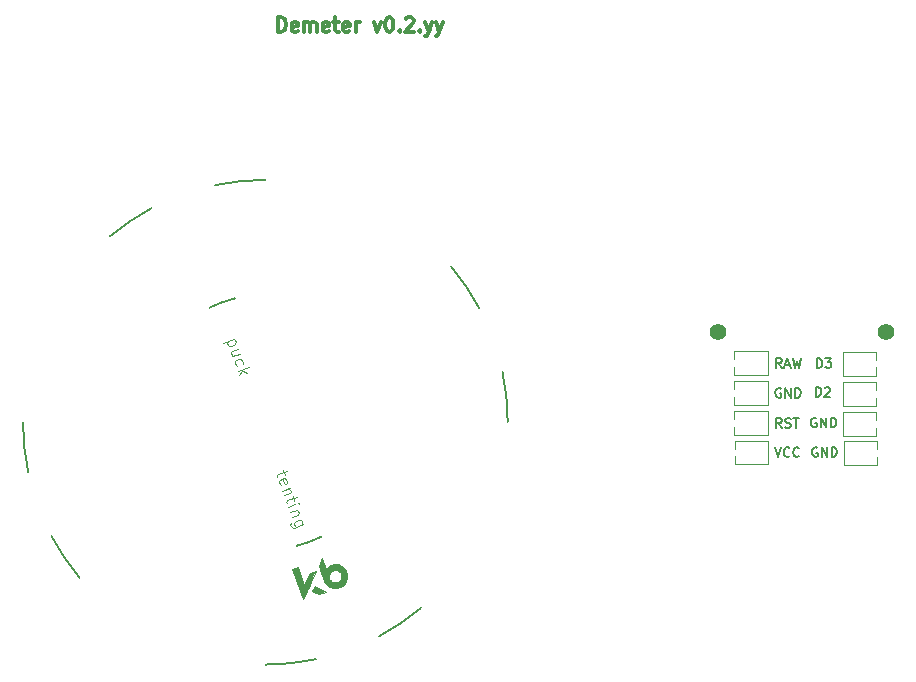
<source format=gbr>
%TF.GenerationSoftware,KiCad,Pcbnew,9.0.6*%
%TF.CreationDate,2025-12-28T20:57:02+00:00*%
%TF.ProjectId,demeter,64656d65-7465-4722-9e6b-696361645f70,rev?*%
%TF.SameCoordinates,Original*%
%TF.FileFunction,Legend,Top*%
%TF.FilePolarity,Positive*%
%FSLAX46Y46*%
G04 Gerber Fmt 4.6, Leading zero omitted, Abs format (unit mm)*
G04 Created by KiCad (PCBNEW 9.0.6) date 2025-12-28 20:57:02*
%MOMM*%
%LPD*%
G01*
G04 APERTURE LIST*
%ADD10C,0.300000*%
%ADD11C,0.150000*%
%ADD12C,0.100000*%
%ADD13C,0.120000*%
%ADD14C,0.200000*%
%ADD15C,0.010000*%
%ADD16C,1.397000*%
G04 APERTURE END LIST*
D10*
X132073082Y-51927542D02*
X132073082Y-50727542D01*
X132073082Y-50727542D02*
X132358796Y-50727542D01*
X132358796Y-50727542D02*
X132530225Y-50784685D01*
X132530225Y-50784685D02*
X132644510Y-50898971D01*
X132644510Y-50898971D02*
X132701653Y-51013257D01*
X132701653Y-51013257D02*
X132758796Y-51241828D01*
X132758796Y-51241828D02*
X132758796Y-51413257D01*
X132758796Y-51413257D02*
X132701653Y-51641828D01*
X132701653Y-51641828D02*
X132644510Y-51756114D01*
X132644510Y-51756114D02*
X132530225Y-51870400D01*
X132530225Y-51870400D02*
X132358796Y-51927542D01*
X132358796Y-51927542D02*
X132073082Y-51927542D01*
X133730225Y-51870400D02*
X133615939Y-51927542D01*
X133615939Y-51927542D02*
X133387368Y-51927542D01*
X133387368Y-51927542D02*
X133273082Y-51870400D01*
X133273082Y-51870400D02*
X133215939Y-51756114D01*
X133215939Y-51756114D02*
X133215939Y-51298971D01*
X133215939Y-51298971D02*
X133273082Y-51184685D01*
X133273082Y-51184685D02*
X133387368Y-51127542D01*
X133387368Y-51127542D02*
X133615939Y-51127542D01*
X133615939Y-51127542D02*
X133730225Y-51184685D01*
X133730225Y-51184685D02*
X133787368Y-51298971D01*
X133787368Y-51298971D02*
X133787368Y-51413257D01*
X133787368Y-51413257D02*
X133215939Y-51527542D01*
X134301653Y-51927542D02*
X134301653Y-51127542D01*
X134301653Y-51241828D02*
X134358796Y-51184685D01*
X134358796Y-51184685D02*
X134473081Y-51127542D01*
X134473081Y-51127542D02*
X134644510Y-51127542D01*
X134644510Y-51127542D02*
X134758796Y-51184685D01*
X134758796Y-51184685D02*
X134815939Y-51298971D01*
X134815939Y-51298971D02*
X134815939Y-51927542D01*
X134815939Y-51298971D02*
X134873081Y-51184685D01*
X134873081Y-51184685D02*
X134987367Y-51127542D01*
X134987367Y-51127542D02*
X135158796Y-51127542D01*
X135158796Y-51127542D02*
X135273081Y-51184685D01*
X135273081Y-51184685D02*
X135330224Y-51298971D01*
X135330224Y-51298971D02*
X135330224Y-51927542D01*
X136358796Y-51870400D02*
X136244510Y-51927542D01*
X136244510Y-51927542D02*
X136015939Y-51927542D01*
X136015939Y-51927542D02*
X135901653Y-51870400D01*
X135901653Y-51870400D02*
X135844510Y-51756114D01*
X135844510Y-51756114D02*
X135844510Y-51298971D01*
X135844510Y-51298971D02*
X135901653Y-51184685D01*
X135901653Y-51184685D02*
X136015939Y-51127542D01*
X136015939Y-51127542D02*
X136244510Y-51127542D01*
X136244510Y-51127542D02*
X136358796Y-51184685D01*
X136358796Y-51184685D02*
X136415939Y-51298971D01*
X136415939Y-51298971D02*
X136415939Y-51413257D01*
X136415939Y-51413257D02*
X135844510Y-51527542D01*
X136758795Y-51127542D02*
X137215938Y-51127542D01*
X136930224Y-50727542D02*
X136930224Y-51756114D01*
X136930224Y-51756114D02*
X136987367Y-51870400D01*
X136987367Y-51870400D02*
X137101652Y-51927542D01*
X137101652Y-51927542D02*
X137215938Y-51927542D01*
X138073081Y-51870400D02*
X137958795Y-51927542D01*
X137958795Y-51927542D02*
X137730224Y-51927542D01*
X137730224Y-51927542D02*
X137615938Y-51870400D01*
X137615938Y-51870400D02*
X137558795Y-51756114D01*
X137558795Y-51756114D02*
X137558795Y-51298971D01*
X137558795Y-51298971D02*
X137615938Y-51184685D01*
X137615938Y-51184685D02*
X137730224Y-51127542D01*
X137730224Y-51127542D02*
X137958795Y-51127542D01*
X137958795Y-51127542D02*
X138073081Y-51184685D01*
X138073081Y-51184685D02*
X138130224Y-51298971D01*
X138130224Y-51298971D02*
X138130224Y-51413257D01*
X138130224Y-51413257D02*
X137558795Y-51527542D01*
X138644509Y-51927542D02*
X138644509Y-51127542D01*
X138644509Y-51356114D02*
X138701652Y-51241828D01*
X138701652Y-51241828D02*
X138758795Y-51184685D01*
X138758795Y-51184685D02*
X138873080Y-51127542D01*
X138873080Y-51127542D02*
X138987366Y-51127542D01*
X140187366Y-51127542D02*
X140473080Y-51927542D01*
X140473080Y-51927542D02*
X140758795Y-51127542D01*
X141444509Y-50727542D02*
X141558795Y-50727542D01*
X141558795Y-50727542D02*
X141673081Y-50784685D01*
X141673081Y-50784685D02*
X141730224Y-50841828D01*
X141730224Y-50841828D02*
X141787366Y-50956114D01*
X141787366Y-50956114D02*
X141844509Y-51184685D01*
X141844509Y-51184685D02*
X141844509Y-51470400D01*
X141844509Y-51470400D02*
X141787366Y-51698971D01*
X141787366Y-51698971D02*
X141730224Y-51813257D01*
X141730224Y-51813257D02*
X141673081Y-51870400D01*
X141673081Y-51870400D02*
X141558795Y-51927542D01*
X141558795Y-51927542D02*
X141444509Y-51927542D01*
X141444509Y-51927542D02*
X141330224Y-51870400D01*
X141330224Y-51870400D02*
X141273081Y-51813257D01*
X141273081Y-51813257D02*
X141215938Y-51698971D01*
X141215938Y-51698971D02*
X141158795Y-51470400D01*
X141158795Y-51470400D02*
X141158795Y-51184685D01*
X141158795Y-51184685D02*
X141215938Y-50956114D01*
X141215938Y-50956114D02*
X141273081Y-50841828D01*
X141273081Y-50841828D02*
X141330224Y-50784685D01*
X141330224Y-50784685D02*
X141444509Y-50727542D01*
X142358795Y-51813257D02*
X142415938Y-51870400D01*
X142415938Y-51870400D02*
X142358795Y-51927542D01*
X142358795Y-51927542D02*
X142301652Y-51870400D01*
X142301652Y-51870400D02*
X142358795Y-51813257D01*
X142358795Y-51813257D02*
X142358795Y-51927542D01*
X142873081Y-50841828D02*
X142930224Y-50784685D01*
X142930224Y-50784685D02*
X143044510Y-50727542D01*
X143044510Y-50727542D02*
X143330224Y-50727542D01*
X143330224Y-50727542D02*
X143444510Y-50784685D01*
X143444510Y-50784685D02*
X143501652Y-50841828D01*
X143501652Y-50841828D02*
X143558795Y-50956114D01*
X143558795Y-50956114D02*
X143558795Y-51070400D01*
X143558795Y-51070400D02*
X143501652Y-51241828D01*
X143501652Y-51241828D02*
X142815938Y-51927542D01*
X142815938Y-51927542D02*
X143558795Y-51927542D01*
X144073081Y-51813257D02*
X144130224Y-51870400D01*
X144130224Y-51870400D02*
X144073081Y-51927542D01*
X144073081Y-51927542D02*
X144015938Y-51870400D01*
X144015938Y-51870400D02*
X144073081Y-51813257D01*
X144073081Y-51813257D02*
X144073081Y-51927542D01*
X144530224Y-51127542D02*
X144815938Y-51927542D01*
X145101653Y-51127542D02*
X144815938Y-51927542D01*
X144815938Y-51927542D02*
X144701653Y-52213257D01*
X144701653Y-52213257D02*
X144644510Y-52270400D01*
X144644510Y-52270400D02*
X144530224Y-52327542D01*
X145444510Y-51127542D02*
X145730224Y-51927542D01*
X146015939Y-51127542D02*
X145730224Y-51927542D01*
X145730224Y-51927542D02*
X145615939Y-52213257D01*
X145615939Y-52213257D02*
X145558796Y-52270400D01*
X145558796Y-52270400D02*
X145444510Y-52327542D01*
D11*
X177636394Y-84648390D02*
X177560204Y-84610295D01*
X177560204Y-84610295D02*
X177445918Y-84610295D01*
X177445918Y-84610295D02*
X177331632Y-84648390D01*
X177331632Y-84648390D02*
X177255442Y-84724580D01*
X177255442Y-84724580D02*
X177217347Y-84800771D01*
X177217347Y-84800771D02*
X177179251Y-84953152D01*
X177179251Y-84953152D02*
X177179251Y-85067438D01*
X177179251Y-85067438D02*
X177217347Y-85219819D01*
X177217347Y-85219819D02*
X177255442Y-85296009D01*
X177255442Y-85296009D02*
X177331632Y-85372200D01*
X177331632Y-85372200D02*
X177445918Y-85410295D01*
X177445918Y-85410295D02*
X177522109Y-85410295D01*
X177522109Y-85410295D02*
X177636394Y-85372200D01*
X177636394Y-85372200D02*
X177674490Y-85334104D01*
X177674490Y-85334104D02*
X177674490Y-85067438D01*
X177674490Y-85067438D02*
X177522109Y-85067438D01*
X178017347Y-85410295D02*
X178017347Y-84610295D01*
X178017347Y-84610295D02*
X178474490Y-85410295D01*
X178474490Y-85410295D02*
X178474490Y-84610295D01*
X178855442Y-85410295D02*
X178855442Y-84610295D01*
X178855442Y-84610295D02*
X179045918Y-84610295D01*
X179045918Y-84610295D02*
X179160204Y-84648390D01*
X179160204Y-84648390D02*
X179236394Y-84724580D01*
X179236394Y-84724580D02*
X179274489Y-84800771D01*
X179274489Y-84800771D02*
X179312585Y-84953152D01*
X179312585Y-84953152D02*
X179312585Y-85067438D01*
X179312585Y-85067438D02*
X179274489Y-85219819D01*
X179274489Y-85219819D02*
X179236394Y-85296009D01*
X179236394Y-85296009D02*
X179160204Y-85372200D01*
X179160204Y-85372200D02*
X179045918Y-85410295D01*
X179045918Y-85410295D02*
X178855442Y-85410295D01*
X177716394Y-87158390D02*
X177640204Y-87120295D01*
X177640204Y-87120295D02*
X177525918Y-87120295D01*
X177525918Y-87120295D02*
X177411632Y-87158390D01*
X177411632Y-87158390D02*
X177335442Y-87234580D01*
X177335442Y-87234580D02*
X177297347Y-87310771D01*
X177297347Y-87310771D02*
X177259251Y-87463152D01*
X177259251Y-87463152D02*
X177259251Y-87577438D01*
X177259251Y-87577438D02*
X177297347Y-87729819D01*
X177297347Y-87729819D02*
X177335442Y-87806009D01*
X177335442Y-87806009D02*
X177411632Y-87882200D01*
X177411632Y-87882200D02*
X177525918Y-87920295D01*
X177525918Y-87920295D02*
X177602109Y-87920295D01*
X177602109Y-87920295D02*
X177716394Y-87882200D01*
X177716394Y-87882200D02*
X177754490Y-87844104D01*
X177754490Y-87844104D02*
X177754490Y-87577438D01*
X177754490Y-87577438D02*
X177602109Y-87577438D01*
X178097347Y-87920295D02*
X178097347Y-87120295D01*
X178097347Y-87120295D02*
X178554490Y-87920295D01*
X178554490Y-87920295D02*
X178554490Y-87120295D01*
X178935442Y-87920295D02*
X178935442Y-87120295D01*
X178935442Y-87120295D02*
X179125918Y-87120295D01*
X179125918Y-87120295D02*
X179240204Y-87158390D01*
X179240204Y-87158390D02*
X179316394Y-87234580D01*
X179316394Y-87234580D02*
X179354489Y-87310771D01*
X179354489Y-87310771D02*
X179392585Y-87463152D01*
X179392585Y-87463152D02*
X179392585Y-87577438D01*
X179392585Y-87577438D02*
X179354489Y-87729819D01*
X179354489Y-87729819D02*
X179316394Y-87806009D01*
X179316394Y-87806009D02*
X179240204Y-87882200D01*
X179240204Y-87882200D02*
X179125918Y-87920295D01*
X179125918Y-87920295D02*
X178935442Y-87920295D01*
X177605442Y-82830295D02*
X177605442Y-82030295D01*
X177605442Y-82030295D02*
X177795918Y-82030295D01*
X177795918Y-82030295D02*
X177910204Y-82068390D01*
X177910204Y-82068390D02*
X177986394Y-82144580D01*
X177986394Y-82144580D02*
X178024489Y-82220771D01*
X178024489Y-82220771D02*
X178062585Y-82373152D01*
X178062585Y-82373152D02*
X178062585Y-82487438D01*
X178062585Y-82487438D02*
X178024489Y-82639819D01*
X178024489Y-82639819D02*
X177986394Y-82716009D01*
X177986394Y-82716009D02*
X177910204Y-82792200D01*
X177910204Y-82792200D02*
X177795918Y-82830295D01*
X177795918Y-82830295D02*
X177605442Y-82830295D01*
X178367346Y-82106485D02*
X178405442Y-82068390D01*
X178405442Y-82068390D02*
X178481632Y-82030295D01*
X178481632Y-82030295D02*
X178672108Y-82030295D01*
X178672108Y-82030295D02*
X178748299Y-82068390D01*
X178748299Y-82068390D02*
X178786394Y-82106485D01*
X178786394Y-82106485D02*
X178824489Y-82182676D01*
X178824489Y-82182676D02*
X178824489Y-82258866D01*
X178824489Y-82258866D02*
X178786394Y-82373152D01*
X178786394Y-82373152D02*
X178329251Y-82830295D01*
X178329251Y-82830295D02*
X178824489Y-82830295D01*
X174702823Y-80370295D02*
X174436156Y-79989342D01*
X174245680Y-80370295D02*
X174245680Y-79570295D01*
X174245680Y-79570295D02*
X174550442Y-79570295D01*
X174550442Y-79570295D02*
X174626632Y-79608390D01*
X174626632Y-79608390D02*
X174664727Y-79646485D01*
X174664727Y-79646485D02*
X174702823Y-79722676D01*
X174702823Y-79722676D02*
X174702823Y-79836961D01*
X174702823Y-79836961D02*
X174664727Y-79913152D01*
X174664727Y-79913152D02*
X174626632Y-79951247D01*
X174626632Y-79951247D02*
X174550442Y-79989342D01*
X174550442Y-79989342D02*
X174245680Y-79989342D01*
X175007584Y-80141723D02*
X175388537Y-80141723D01*
X174931394Y-80370295D02*
X175198061Y-79570295D01*
X175198061Y-79570295D02*
X175464727Y-80370295D01*
X175655203Y-79570295D02*
X175845679Y-80370295D01*
X175845679Y-80370295D02*
X175998060Y-79798866D01*
X175998060Y-79798866D02*
X176150441Y-80370295D01*
X176150441Y-80370295D02*
X176340918Y-79570295D01*
X174702823Y-85450295D02*
X174436156Y-85069342D01*
X174245680Y-85450295D02*
X174245680Y-84650295D01*
X174245680Y-84650295D02*
X174550442Y-84650295D01*
X174550442Y-84650295D02*
X174626632Y-84688390D01*
X174626632Y-84688390D02*
X174664727Y-84726485D01*
X174664727Y-84726485D02*
X174702823Y-84802676D01*
X174702823Y-84802676D02*
X174702823Y-84916961D01*
X174702823Y-84916961D02*
X174664727Y-84993152D01*
X174664727Y-84993152D02*
X174626632Y-85031247D01*
X174626632Y-85031247D02*
X174550442Y-85069342D01*
X174550442Y-85069342D02*
X174245680Y-85069342D01*
X175007584Y-85412200D02*
X175121870Y-85450295D01*
X175121870Y-85450295D02*
X175312346Y-85450295D01*
X175312346Y-85450295D02*
X175388537Y-85412200D01*
X175388537Y-85412200D02*
X175426632Y-85374104D01*
X175426632Y-85374104D02*
X175464727Y-85297914D01*
X175464727Y-85297914D02*
X175464727Y-85221723D01*
X175464727Y-85221723D02*
X175426632Y-85145533D01*
X175426632Y-85145533D02*
X175388537Y-85107438D01*
X175388537Y-85107438D02*
X175312346Y-85069342D01*
X175312346Y-85069342D02*
X175159965Y-85031247D01*
X175159965Y-85031247D02*
X175083775Y-84993152D01*
X175083775Y-84993152D02*
X175045680Y-84955057D01*
X175045680Y-84955057D02*
X175007584Y-84878866D01*
X175007584Y-84878866D02*
X175007584Y-84802676D01*
X175007584Y-84802676D02*
X175045680Y-84726485D01*
X175045680Y-84726485D02*
X175083775Y-84688390D01*
X175083775Y-84688390D02*
X175159965Y-84650295D01*
X175159965Y-84650295D02*
X175350442Y-84650295D01*
X175350442Y-84650295D02*
X175464727Y-84688390D01*
X175693299Y-84650295D02*
X176150442Y-84650295D01*
X175921870Y-85450295D02*
X175921870Y-84650295D01*
X174645680Y-82148390D02*
X174569490Y-82110295D01*
X174569490Y-82110295D02*
X174455204Y-82110295D01*
X174455204Y-82110295D02*
X174340918Y-82148390D01*
X174340918Y-82148390D02*
X174264728Y-82224580D01*
X174264728Y-82224580D02*
X174226633Y-82300771D01*
X174226633Y-82300771D02*
X174188537Y-82453152D01*
X174188537Y-82453152D02*
X174188537Y-82567438D01*
X174188537Y-82567438D02*
X174226633Y-82719819D01*
X174226633Y-82719819D02*
X174264728Y-82796009D01*
X174264728Y-82796009D02*
X174340918Y-82872200D01*
X174340918Y-82872200D02*
X174455204Y-82910295D01*
X174455204Y-82910295D02*
X174531395Y-82910295D01*
X174531395Y-82910295D02*
X174645680Y-82872200D01*
X174645680Y-82872200D02*
X174683776Y-82834104D01*
X174683776Y-82834104D02*
X174683776Y-82567438D01*
X174683776Y-82567438D02*
X174531395Y-82567438D01*
X175026633Y-82910295D02*
X175026633Y-82110295D01*
X175026633Y-82110295D02*
X175483776Y-82910295D01*
X175483776Y-82910295D02*
X175483776Y-82110295D01*
X175864728Y-82910295D02*
X175864728Y-82110295D01*
X175864728Y-82110295D02*
X176055204Y-82110295D01*
X176055204Y-82110295D02*
X176169490Y-82148390D01*
X176169490Y-82148390D02*
X176245680Y-82224580D01*
X176245680Y-82224580D02*
X176283775Y-82300771D01*
X176283775Y-82300771D02*
X176321871Y-82453152D01*
X176321871Y-82453152D02*
X176321871Y-82567438D01*
X176321871Y-82567438D02*
X176283775Y-82719819D01*
X176283775Y-82719819D02*
X176245680Y-82796009D01*
X176245680Y-82796009D02*
X176169490Y-82872200D01*
X176169490Y-82872200D02*
X176055204Y-82910295D01*
X176055204Y-82910295D02*
X175864728Y-82910295D01*
X174119251Y-87140295D02*
X174385918Y-87940295D01*
X174385918Y-87940295D02*
X174652584Y-87140295D01*
X175376394Y-87864104D02*
X175338298Y-87902200D01*
X175338298Y-87902200D02*
X175224013Y-87940295D01*
X175224013Y-87940295D02*
X175147822Y-87940295D01*
X175147822Y-87940295D02*
X175033536Y-87902200D01*
X175033536Y-87902200D02*
X174957346Y-87826009D01*
X174957346Y-87826009D02*
X174919251Y-87749819D01*
X174919251Y-87749819D02*
X174881155Y-87597438D01*
X174881155Y-87597438D02*
X174881155Y-87483152D01*
X174881155Y-87483152D02*
X174919251Y-87330771D01*
X174919251Y-87330771D02*
X174957346Y-87254580D01*
X174957346Y-87254580D02*
X175033536Y-87178390D01*
X175033536Y-87178390D02*
X175147822Y-87140295D01*
X175147822Y-87140295D02*
X175224013Y-87140295D01*
X175224013Y-87140295D02*
X175338298Y-87178390D01*
X175338298Y-87178390D02*
X175376394Y-87216485D01*
X176176394Y-87864104D02*
X176138298Y-87902200D01*
X176138298Y-87902200D02*
X176024013Y-87940295D01*
X176024013Y-87940295D02*
X175947822Y-87940295D01*
X175947822Y-87940295D02*
X175833536Y-87902200D01*
X175833536Y-87902200D02*
X175757346Y-87826009D01*
X175757346Y-87826009D02*
X175719251Y-87749819D01*
X175719251Y-87749819D02*
X175681155Y-87597438D01*
X175681155Y-87597438D02*
X175681155Y-87483152D01*
X175681155Y-87483152D02*
X175719251Y-87330771D01*
X175719251Y-87330771D02*
X175757346Y-87254580D01*
X175757346Y-87254580D02*
X175833536Y-87178390D01*
X175833536Y-87178390D02*
X175947822Y-87140295D01*
X175947822Y-87140295D02*
X176024013Y-87140295D01*
X176024013Y-87140295D02*
X176138298Y-87178390D01*
X176138298Y-87178390D02*
X176176394Y-87216485D01*
X177695442Y-80400295D02*
X177695442Y-79600295D01*
X177695442Y-79600295D02*
X177885918Y-79600295D01*
X177885918Y-79600295D02*
X178000204Y-79638390D01*
X178000204Y-79638390D02*
X178076394Y-79714580D01*
X178076394Y-79714580D02*
X178114489Y-79790771D01*
X178114489Y-79790771D02*
X178152585Y-79943152D01*
X178152585Y-79943152D02*
X178152585Y-80057438D01*
X178152585Y-80057438D02*
X178114489Y-80209819D01*
X178114489Y-80209819D02*
X178076394Y-80286009D01*
X178076394Y-80286009D02*
X178000204Y-80362200D01*
X178000204Y-80362200D02*
X177885918Y-80400295D01*
X177885918Y-80400295D02*
X177695442Y-80400295D01*
X178419251Y-79600295D02*
X178914489Y-79600295D01*
X178914489Y-79600295D02*
X178647823Y-79905057D01*
X178647823Y-79905057D02*
X178762108Y-79905057D01*
X178762108Y-79905057D02*
X178838299Y-79943152D01*
X178838299Y-79943152D02*
X178876394Y-79981247D01*
X178876394Y-79981247D02*
X178914489Y-80057438D01*
X178914489Y-80057438D02*
X178914489Y-80247914D01*
X178914489Y-80247914D02*
X178876394Y-80324104D01*
X178876394Y-80324104D02*
X178838299Y-80362200D01*
X178838299Y-80362200D02*
X178762108Y-80400295D01*
X178762108Y-80400295D02*
X178533537Y-80400295D01*
X178533537Y-80400295D02*
X178457346Y-80362200D01*
X178457346Y-80362200D02*
X178419251Y-80324104D01*
D12*
X132508141Y-89088769D02*
X132638434Y-89446747D01*
X132870232Y-89109004D02*
X132064781Y-89402164D01*
X132064781Y-89402164D02*
X131991573Y-89479485D01*
X131991573Y-89479485D02*
X131979399Y-89585266D01*
X131979399Y-89585266D02*
X132011972Y-89674761D01*
X132301020Y-90329683D02*
X132223699Y-90256476D01*
X132223699Y-90256476D02*
X132158552Y-90077487D01*
X132158552Y-90077487D02*
X132170726Y-89971705D01*
X132170726Y-89971705D02*
X132243934Y-89894385D01*
X132243934Y-89894385D02*
X132601912Y-89764091D01*
X132601912Y-89764091D02*
X132707694Y-89776265D01*
X132707694Y-89776265D02*
X132785014Y-89849473D01*
X132785014Y-89849473D02*
X132850161Y-90028462D01*
X132850161Y-90028462D02*
X132837987Y-90134243D01*
X132837987Y-90134243D02*
X132764779Y-90211564D01*
X132764779Y-90211564D02*
X132675285Y-90244137D01*
X132675285Y-90244137D02*
X132422923Y-89829238D01*
X133045601Y-90565430D02*
X132419139Y-90793443D01*
X132956107Y-90598003D02*
X133017140Y-90626463D01*
X133017140Y-90626463D02*
X133094461Y-90699671D01*
X133094461Y-90699671D02*
X133143321Y-90833913D01*
X133143321Y-90833913D02*
X133131147Y-90939694D01*
X133131147Y-90939694D02*
X133057939Y-91017015D01*
X133057939Y-91017015D02*
X132565719Y-91196168D01*
X133306188Y-91281386D02*
X133436481Y-91639364D01*
X133668279Y-91301621D02*
X132862828Y-91594781D01*
X132862828Y-91594781D02*
X132789620Y-91672102D01*
X132789620Y-91672102D02*
X132777446Y-91777883D01*
X132777446Y-91777883D02*
X132810019Y-91867377D01*
X132924026Y-92180609D02*
X133550488Y-91952595D01*
X133863719Y-91838589D02*
X133802685Y-91810128D01*
X133802685Y-91810128D02*
X133774224Y-91871162D01*
X133774224Y-91871162D02*
X133835258Y-91899623D01*
X133835258Y-91899623D02*
X133863719Y-91838589D01*
X133863719Y-91838589D02*
X133774224Y-91871162D01*
X133713355Y-92400068D02*
X133086893Y-92628081D01*
X133623860Y-92432641D02*
X133684894Y-92461101D01*
X133684894Y-92461101D02*
X133762215Y-92534309D01*
X133762215Y-92534309D02*
X133811075Y-92668551D01*
X133811075Y-92668551D02*
X133798901Y-92774332D01*
X133798901Y-92774332D02*
X133725693Y-92851653D01*
X133725693Y-92851653D02*
X133233473Y-93030806D01*
X134169382Y-93652991D02*
X133408678Y-93929865D01*
X133408678Y-93929865D02*
X133302897Y-93917691D01*
X133302897Y-93917691D02*
X133241863Y-93889230D01*
X133241863Y-93889230D02*
X133164542Y-93816022D01*
X133164542Y-93816022D02*
X133115682Y-93681780D01*
X133115682Y-93681780D02*
X133127856Y-93575999D01*
X133587667Y-93864718D02*
X133510346Y-93791510D01*
X133510346Y-93791510D02*
X133445200Y-93612521D01*
X133445200Y-93612521D02*
X133457374Y-93506740D01*
X133457374Y-93506740D02*
X133485834Y-93445706D01*
X133485834Y-93445706D02*
X133559042Y-93368385D01*
X133559042Y-93368385D02*
X133827526Y-93270665D01*
X133827526Y-93270665D02*
X133933307Y-93282839D01*
X133933307Y-93282839D02*
X133994341Y-93311300D01*
X133994341Y-93311300D02*
X134071662Y-93384508D01*
X134071662Y-93384508D02*
X134136808Y-93563497D01*
X134136808Y-93563497D02*
X134124634Y-93669278D01*
X128381678Y-77937071D02*
X127441985Y-78279091D01*
X128336931Y-77953358D02*
X128414251Y-78026565D01*
X128414251Y-78026565D02*
X128479398Y-78205554D01*
X128479398Y-78205554D02*
X128467224Y-78311336D01*
X128467224Y-78311336D02*
X128438763Y-78372370D01*
X128438763Y-78372370D02*
X128365555Y-78449690D01*
X128365555Y-78449690D02*
X128097072Y-78547410D01*
X128097072Y-78547410D02*
X127991291Y-78535236D01*
X127991291Y-78535236D02*
X127930257Y-78506776D01*
X127930257Y-78506776D02*
X127852936Y-78433568D01*
X127852936Y-78433568D02*
X127787789Y-78254579D01*
X127787789Y-78254579D02*
X127799963Y-78148798D01*
X128837705Y-79189994D02*
X128211243Y-79418008D01*
X128691125Y-78787269D02*
X128198905Y-78966422D01*
X128198905Y-78966422D02*
X128125697Y-79043743D01*
X128125697Y-79043743D02*
X128113523Y-79149524D01*
X128113523Y-79149524D02*
X128162383Y-79283766D01*
X128162383Y-79283766D02*
X128239704Y-79356974D01*
X128239704Y-79356974D02*
X128300737Y-79385435D01*
X128565437Y-80251919D02*
X128488116Y-80178712D01*
X128488116Y-80178712D02*
X128422970Y-79999722D01*
X128422970Y-79999722D02*
X128435144Y-79893941D01*
X128435144Y-79893941D02*
X128463604Y-79832907D01*
X128463604Y-79832907D02*
X128536812Y-79755587D01*
X128536812Y-79755587D02*
X128805296Y-79657867D01*
X128805296Y-79657867D02*
X128911077Y-79670041D01*
X128911077Y-79670041D02*
X128972111Y-79698501D01*
X128972111Y-79698501D02*
X129049431Y-79771709D01*
X129049431Y-79771709D02*
X129114578Y-79950698D01*
X129114578Y-79950698D02*
X129102404Y-80056479D01*
X128667270Y-80670932D02*
X129606963Y-80328911D01*
X129057821Y-80630133D02*
X128797563Y-81028910D01*
X129424025Y-80800896D02*
X128935753Y-80573212D01*
D13*
%TO.C,U1*%
X170715918Y-79008000D02*
X173515918Y-79008000D01*
X170715918Y-79678000D02*
X170715918Y-79008000D01*
X170715918Y-81008000D02*
X170715918Y-80328000D01*
X170715918Y-81548000D02*
X173515918Y-81548000D01*
X170715918Y-82228000D02*
X170715918Y-81548000D01*
X170715918Y-83548000D02*
X170715918Y-82878000D01*
X170715918Y-84088000D02*
X173515918Y-84088000D01*
X170715918Y-84753000D02*
X170715918Y-84088000D01*
X170715918Y-86088000D02*
X170715918Y-85403000D01*
X170760918Y-87243000D02*
X170760918Y-86578000D01*
X170760918Y-88578000D02*
X170760918Y-87893000D01*
X173515918Y-79008000D02*
X173515918Y-81008000D01*
X173515918Y-81008000D02*
X170715918Y-81008000D01*
X173515918Y-81548000D02*
X173515918Y-83548000D01*
X173515918Y-83548000D02*
X170715918Y-83548000D01*
X173515918Y-84088000D02*
X173515918Y-86088000D01*
X173515918Y-86088000D02*
X170715918Y-86088000D01*
X173560918Y-86578000D02*
X170760918Y-86578000D01*
X173560918Y-86578000D02*
X173560918Y-88578000D01*
X173560918Y-88578000D02*
X170760918Y-88578000D01*
X179940918Y-79048000D02*
X179940918Y-81048000D01*
X179940918Y-81048000D02*
X182740918Y-81048000D01*
X179940918Y-81588000D02*
X179940918Y-83588000D01*
X179940918Y-83588000D02*
X182740918Y-83588000D01*
X179940918Y-84128000D02*
X179940918Y-86128000D01*
X179940918Y-86128000D02*
X182740918Y-86128000D01*
X179985918Y-86618000D02*
X179985918Y-88618000D01*
X179985918Y-86618000D02*
X182785918Y-86618000D01*
X179985918Y-88618000D02*
X182785918Y-88618000D01*
X182740918Y-79048000D02*
X179940918Y-79048000D01*
X182740918Y-79718000D02*
X182740918Y-79048000D01*
X182740918Y-81048000D02*
X182740918Y-80368000D01*
X182740918Y-81588000D02*
X179940918Y-81588000D01*
X182740918Y-82268000D02*
X182740918Y-81588000D01*
X182740918Y-83588000D02*
X182740918Y-82918000D01*
X182740918Y-84128000D02*
X179940918Y-84128000D01*
X182740918Y-84793000D02*
X182740918Y-84128000D01*
X182740918Y-86128000D02*
X182740918Y-85468000D01*
X182785918Y-87283000D02*
X182785918Y-86618000D01*
X182785918Y-88618000D02*
X182785918Y-87958000D01*
D14*
%TO.C,REF\u002A\u002A*%
X110928125Y-89264676D02*
G75*
G02*
X110480069Y-85010835I20071557J4264651D01*
G01*
X115273855Y-98181656D02*
G75*
G02*
X112882768Y-94635020I15726282J13181748D01*
G01*
X117818343Y-69273856D02*
G75*
G02*
X121364980Y-66882768I13181769J-15726305D01*
G01*
X126267783Y-75297518D02*
G75*
G02*
X127307892Y-74856017I4732051J-9702071D01*
G01*
X126735324Y-64928125D02*
G75*
G02*
X130989164Y-64480065I4264667J-20071559D01*
G01*
X127307892Y-74856017D02*
G75*
G02*
X128388453Y-74525657I3692074J-10143889D01*
G01*
X134692108Y-95143983D02*
G75*
G02*
X133611547Y-95474344I-3692086J10143906D01*
G01*
X135264676Y-105071875D02*
G75*
G02*
X131010838Y-105519932I-4264650J20071535D01*
G01*
X135732217Y-94702482D02*
G75*
G02*
X134692108Y-95143983I-4732048J9702075D01*
G01*
X144181656Y-100726145D02*
G75*
G02*
X140635020Y-103117232I-13181747J15726278D01*
G01*
X146726147Y-71818346D02*
G75*
G02*
X149117232Y-75364980I-15726147J-13181654D01*
G01*
X151071875Y-80735324D02*
G75*
G02*
X151519935Y-84989162I-20071559J-4264667D01*
G01*
D15*
X134287632Y-98789009D02*
X134767616Y-97760092D01*
X135039650Y-97664374D01*
X135311685Y-97568654D01*
X134809740Y-98666687D01*
X134739874Y-98819523D01*
X134671859Y-98968306D01*
X134606421Y-99111459D01*
X134544277Y-99247403D01*
X134486154Y-99374566D01*
X134432766Y-99491362D01*
X134384838Y-99596214D01*
X134343089Y-99687548D01*
X134308246Y-99763779D01*
X134281025Y-99823336D01*
X134262149Y-99864634D01*
X134253986Y-99882497D01*
X134200182Y-100000283D01*
X133262408Y-97423765D01*
X133728923Y-97253969D01*
X134287632Y-98789009D01*
G36*
X134287632Y-98789009D02*
G01*
X134767616Y-97760092D01*
X135039650Y-97664374D01*
X135311685Y-97568654D01*
X134809740Y-98666687D01*
X134739874Y-98819523D01*
X134671859Y-98968306D01*
X134606421Y-99111459D01*
X134544277Y-99247403D01*
X134486154Y-99374566D01*
X134432766Y-99491362D01*
X134384838Y-99596214D01*
X134343089Y-99687548D01*
X134308246Y-99763779D01*
X134281025Y-99823336D01*
X134262149Y-99864634D01*
X134253986Y-99882497D01*
X134200182Y-100000283D01*
X133262408Y-97423765D01*
X133728923Y-97253969D01*
X134287632Y-98789009D01*
G37*
X135184801Y-98895089D02*
X135213953Y-98908806D01*
X135258506Y-98930403D01*
X135315868Y-98958576D01*
X135383452Y-98992022D01*
X135458666Y-99029449D01*
X135538921Y-99069555D01*
X135621628Y-99111040D01*
X135704204Y-99152601D01*
X135784045Y-99192946D01*
X135858572Y-99230771D01*
X135925195Y-99264781D01*
X135981321Y-99293672D01*
X136024361Y-99316145D01*
X136051727Y-99330906D01*
X136054803Y-99332650D01*
X136092900Y-99354578D01*
X135510278Y-99566633D01*
X135287164Y-99460474D01*
X135217937Y-99427411D01*
X135153068Y-99396203D01*
X135096444Y-99368733D01*
X135051944Y-99346891D01*
X135023457Y-99332559D01*
X135019277Y-99330365D01*
X134974504Y-99306419D01*
X135070647Y-99099731D01*
X135100443Y-99036252D01*
X135127186Y-98980415D01*
X135149280Y-98935434D01*
X135165144Y-98904523D01*
X135173200Y-98890900D01*
X135173636Y-98890545D01*
X135184801Y-98895089D01*
G36*
X135184801Y-98895089D02*
G01*
X135213953Y-98908806D01*
X135258506Y-98930403D01*
X135315868Y-98958576D01*
X135383452Y-98992022D01*
X135458666Y-99029449D01*
X135538921Y-99069555D01*
X135621628Y-99111040D01*
X135704204Y-99152601D01*
X135784045Y-99192946D01*
X135858572Y-99230771D01*
X135925195Y-99264781D01*
X135981321Y-99293672D01*
X136024361Y-99316145D01*
X136051727Y-99330906D01*
X136054803Y-99332650D01*
X136092900Y-99354578D01*
X135510278Y-99566633D01*
X135287164Y-99460474D01*
X135217937Y-99427411D01*
X135153068Y-99396203D01*
X135096444Y-99368733D01*
X135051944Y-99346891D01*
X135023457Y-99332559D01*
X135019277Y-99330365D01*
X134974504Y-99306419D01*
X135070647Y-99099731D01*
X135100443Y-99036252D01*
X135127186Y-98980415D01*
X135149280Y-98935434D01*
X135165144Y-98904523D01*
X135173200Y-98890900D01*
X135173636Y-98890545D01*
X135184801Y-98895089D01*
G37*
X135971763Y-96969028D02*
X136007592Y-97066913D01*
X136041142Y-97157659D01*
X136071564Y-97239047D01*
X136098016Y-97308874D01*
X136119663Y-97364929D01*
X136135656Y-97404997D01*
X136145165Y-97426870D01*
X136147395Y-97430348D01*
X136156916Y-97420163D01*
X136174675Y-97396306D01*
X136191469Y-97371888D01*
X136275059Y-97266205D01*
X136373111Y-97178258D01*
X136486166Y-97107659D01*
X136614768Y-97053999D01*
X136631738Y-97048537D01*
X136718207Y-97024036D01*
X136794160Y-97009094D01*
X136868156Y-97002907D01*
X136948756Y-97004659D01*
X137025557Y-97011442D01*
X137171525Y-97038440D01*
X137309094Y-97086250D01*
X137436740Y-97153645D01*
X137552937Y-97239402D01*
X137656158Y-97342288D01*
X137744891Y-97461071D01*
X137817601Y-97594529D01*
X137851616Y-97677575D01*
X137894094Y-97824378D01*
X137914076Y-97970947D01*
X137911757Y-98119964D01*
X137894524Y-98240016D01*
X137855124Y-98382371D01*
X137795497Y-98515649D01*
X137717329Y-98638090D01*
X137622290Y-98747933D01*
X137512064Y-98843415D01*
X137388325Y-98922777D01*
X137252753Y-98984251D01*
X137157019Y-99014322D01*
X137012619Y-99040402D01*
X136864705Y-99044994D01*
X136716997Y-99028541D01*
X136573232Y-98991485D01*
X136437139Y-98934251D01*
X136426115Y-98928509D01*
X136314265Y-98858414D01*
X136208359Y-98771199D01*
X136113468Y-98671792D01*
X136034688Y-98565146D01*
X136010467Y-98524528D01*
X135998301Y-98498743D01*
X135978972Y-98452490D01*
X135960378Y-98405694D01*
X135952986Y-98387096D01*
X135920846Y-98303882D01*
X135883059Y-98204162D01*
X135840129Y-98089263D01*
X135822898Y-98042621D01*
X136393143Y-98042621D01*
X136401091Y-98141054D01*
X136426783Y-98235937D01*
X136470079Y-98323987D01*
X136530833Y-98401927D01*
X136576278Y-98443006D01*
X136669371Y-98503075D01*
X136768297Y-98542493D01*
X136870290Y-98561233D01*
X136972570Y-98559262D01*
X137072365Y-98536556D01*
X137166897Y-98493080D01*
X137228735Y-98450046D01*
X137263639Y-98420225D01*
X137296141Y-98389921D01*
X137308672Y-98377086D01*
X137340625Y-98332465D01*
X137371171Y-98272185D01*
X137397364Y-98203637D01*
X137416239Y-98134199D01*
X137423321Y-98090837D01*
X137427149Y-98042356D01*
X137425830Y-98001751D01*
X137418278Y-97959495D01*
X137403424Y-97906047D01*
X137401875Y-97900982D01*
X137362035Y-97801356D01*
X137307073Y-97717185D01*
X137234103Y-97644325D01*
X137207650Y-97623595D01*
X137120353Y-97572464D01*
X137025023Y-97541001D01*
X136925232Y-97528906D01*
X136824550Y-97535885D01*
X136726544Y-97561639D01*
X136634786Y-97605871D01*
X136552846Y-97668284D01*
X136541837Y-97678982D01*
X136477297Y-97758817D01*
X136431101Y-97848226D01*
X136403096Y-97943918D01*
X136393143Y-98042621D01*
X135822898Y-98042621D01*
X135792557Y-97960495D01*
X135740844Y-97819187D01*
X135736828Y-97808160D01*
X135500167Y-97158188D01*
X135802812Y-96505275D01*
X135971763Y-96969028D01*
G36*
X135971763Y-96969028D02*
G01*
X136007592Y-97066913D01*
X136041142Y-97157659D01*
X136071564Y-97239047D01*
X136098016Y-97308874D01*
X136119663Y-97364929D01*
X136135656Y-97404997D01*
X136145165Y-97426870D01*
X136147395Y-97430348D01*
X136156916Y-97420163D01*
X136174675Y-97396306D01*
X136191469Y-97371888D01*
X136275059Y-97266205D01*
X136373111Y-97178258D01*
X136486166Y-97107659D01*
X136614768Y-97053999D01*
X136631738Y-97048537D01*
X136718207Y-97024036D01*
X136794160Y-97009094D01*
X136868156Y-97002907D01*
X136948756Y-97004659D01*
X137025557Y-97011442D01*
X137171525Y-97038440D01*
X137309094Y-97086250D01*
X137436740Y-97153645D01*
X137552937Y-97239402D01*
X137656158Y-97342288D01*
X137744891Y-97461071D01*
X137817601Y-97594529D01*
X137851616Y-97677575D01*
X137894094Y-97824378D01*
X137914076Y-97970947D01*
X137911757Y-98119964D01*
X137894524Y-98240016D01*
X137855124Y-98382371D01*
X137795497Y-98515649D01*
X137717329Y-98638090D01*
X137622290Y-98747933D01*
X137512064Y-98843415D01*
X137388325Y-98922777D01*
X137252753Y-98984251D01*
X137157019Y-99014322D01*
X137012619Y-99040402D01*
X136864705Y-99044994D01*
X136716997Y-99028541D01*
X136573232Y-98991485D01*
X136437139Y-98934251D01*
X136426115Y-98928509D01*
X136314265Y-98858414D01*
X136208359Y-98771199D01*
X136113468Y-98671792D01*
X136034688Y-98565146D01*
X136010467Y-98524528D01*
X135998301Y-98498743D01*
X135978972Y-98452490D01*
X135960378Y-98405694D01*
X135952986Y-98387096D01*
X135920846Y-98303882D01*
X135883059Y-98204162D01*
X135840129Y-98089263D01*
X135822898Y-98042621D01*
X136393143Y-98042621D01*
X136401091Y-98141054D01*
X136426783Y-98235937D01*
X136470079Y-98323987D01*
X136530833Y-98401927D01*
X136576278Y-98443006D01*
X136669371Y-98503075D01*
X136768297Y-98542493D01*
X136870290Y-98561233D01*
X136972570Y-98559262D01*
X137072365Y-98536556D01*
X137166897Y-98493080D01*
X137228735Y-98450046D01*
X137263639Y-98420225D01*
X137296141Y-98389921D01*
X137308672Y-98377086D01*
X137340625Y-98332465D01*
X137371171Y-98272185D01*
X137397364Y-98203637D01*
X137416239Y-98134199D01*
X137423321Y-98090837D01*
X137427149Y-98042356D01*
X137425830Y-98001751D01*
X137418278Y-97959495D01*
X137403424Y-97906047D01*
X137401875Y-97900982D01*
X137362035Y-97801356D01*
X137307073Y-97717185D01*
X137234103Y-97644325D01*
X137207650Y-97623595D01*
X137120353Y-97572464D01*
X137025023Y-97541001D01*
X136925232Y-97528906D01*
X136824550Y-97535885D01*
X136726544Y-97561639D01*
X136634786Y-97605871D01*
X136552846Y-97668284D01*
X136541837Y-97678982D01*
X136477297Y-97758817D01*
X136431101Y-97848226D01*
X136403096Y-97943918D01*
X136393143Y-98042621D01*
X135822898Y-98042621D01*
X135792557Y-97960495D01*
X135740844Y-97819187D01*
X135736828Y-97808160D01*
X135500167Y-97158188D01*
X135802812Y-96505275D01*
X135971763Y-96969028D01*
G37*
%TD*%
D16*
%TO.C,Bat+1*%
X183571918Y-77344000D03*
X183571918Y-77344000D03*
%TD*%
%TO.C,BatGND1*%
X169347918Y-77344000D03*
X169347918Y-77344000D03*
%TD*%
M02*

</source>
